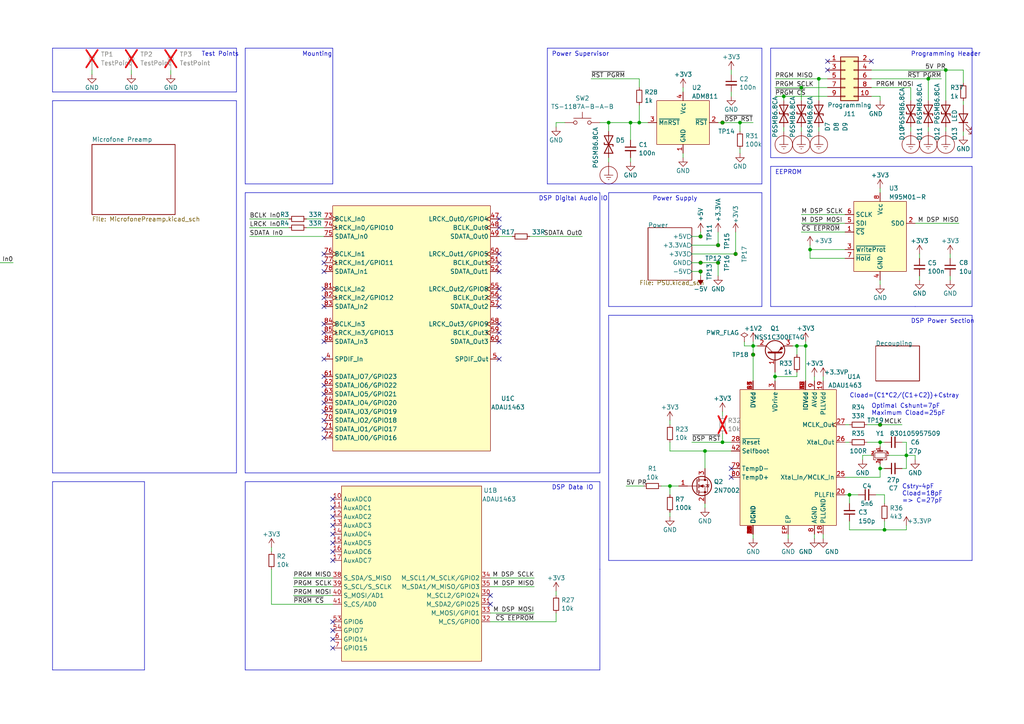
<source format=kicad_sch>
(kicad_sch (version 20230121) (generator eeschema)
  (paper "A4")
  (title_block (title "SmallDSP Maxi") (date "2023-11-06") (rev "1.0") (company "Till Heuer"))
  (junction (at -67.31 58.42))
  (junction (at 232.41 25.4))
  (junction (at 262.89 132.08))
  (junction (at 214.63 35.56))
  (junction (at 185.42 35.56))
  (junction (at 255.27 123.19))
  (junction (at 176.53 35.56))
  (junction (at 208.28 76.2))
  (junction (at 203.2 68.58))
  (junction (at 203.2 78.74))
  (junction (at 231.14 100.33))
  (junction (at 255.27 128.27))
  (junction (at 208.28 71.12))
  (junction (at 274.32 20.32))
  (junction (at 204.47 130.81))
  (junction (at 213.36 73.66))
  (junction (at 203.2 76.2))
  (junction (at 255.27 135.89))
  (junction (at 237.49 22.86))
  (junction (at 227.33 27.94))
  (junction (at 194.31 140.97))
  (junction (at 218.44 100.33))
  (junction (at 182.88 35.56))
  (junction (at 269.24 22.86))
  (junction (at 209.55 128.27))
  (junction (at 218.44 102.87))
  (junction (at 209.55 35.56))
  (junction (at 234.95 72.39))
  (junction (at 256.54 153.67))
  (junction (at 233.68 100.33))
  (junction (at 246.38 143.51))
  (junction (at 224.79 109.22))
  (no_connect (at 96.52 162.56))
  (no_connect (at 93.98 109.22))
  (no_connect (at 93.98 111.76))
  (no_connect (at 144.78 78.74))
  (no_connect (at 93.98 86.36))
  (no_connect (at 93.98 121.92))
  (no_connect (at 93.98 88.9))
  (no_connect (at 96.52 154.94))
  (no_connect (at 144.78 66.04))
  (no_connect (at 144.78 86.36))
  (no_connect (at 96.52 147.32))
  (no_connect (at 96.52 152.4))
  (no_connect (at 93.98 124.46))
  (no_connect (at 212.09 138.43))
  (no_connect (at 93.98 116.84))
  (no_connect (at 93.98 99.06))
  (no_connect (at 144.78 63.5))
  (no_connect (at 93.98 76.2))
  (no_connect (at 142.24 175.26))
  (no_connect (at 144.78 104.14))
  (no_connect (at 96.52 182.88))
  (no_connect (at 96.52 157.48))
  (no_connect (at 240.03 20.32))
  (no_connect (at 93.98 73.66))
  (no_connect (at 240.03 17.78))
  (no_connect (at 93.98 114.3))
  (no_connect (at 144.78 76.2))
  (no_connect (at 144.78 83.82))
  (no_connect (at 144.78 96.52))
  (no_connect (at 144.78 99.06))
  (no_connect (at 93.98 78.74))
  (no_connect (at 93.98 104.14))
  (no_connect (at 144.78 93.98))
  (no_connect (at 93.98 83.82))
  (no_connect (at 93.98 93.98))
  (no_connect (at 93.98 127))
  (no_connect (at 96.52 160.02))
  (no_connect (at 144.78 88.9))
  (no_connect (at 142.24 172.72))
  (no_connect (at 93.98 96.52))
  (no_connect (at 93.98 119.38))
  (no_connect (at 212.09 135.89))
  (no_connect (at 144.78 73.66))
  (no_connect (at 96.52 180.34))
  (no_connect (at 252.73 17.78))
  (no_connect (at 96.52 144.78))
  (no_connect (at 96.52 149.86))
  (no_connect (at 96.52 185.42))
  (no_connect (at 96.52 187.96))
  (wire (pts (xy 200.66 128.27) (xy 209.55 128.27)))
  (wire (pts (xy 252.73 25.4) (xy 264.16 25.4)))
  (wire (pts (xy -104.14 96.52) (xy -104.14 97.79)))
  (polyline (pts (xy 173.99 139.7) (xy 173.99 165.1)))
  (wire (pts (xy 227.33 36.83) (xy 227.33 38.1)))
  (polyline (pts (xy 15.24 13.97) (xy 15.24 26.67)))
  (wire (pts (xy 262.89 153.67) (xy 256.54 153.67)))
  (wire (pts (xy 26.67 20.32) (xy 26.67 21.59)))
  (wire (pts (xy 72.39 68.58) (xy 93.98 68.58)))
  (polyline (pts (xy 281.94 88.9) (xy 281.94 48.26)))
  (wire (pts (xy 212.09 26.67) (xy 212.09 27.94)))
  (wire (pts (xy 224.79 22.86) (xy 237.49 22.86)))
  (wire (pts (xy -60.96 71.12) (xy -54.61 71.12)))
  (wire (pts (xy 185.42 35.56) (xy 187.96 35.56)))
  (wire (pts (xy 72.39 63.5) (xy 83.82 63.5)))
  (wire (pts (xy 238.76 154.94) (xy 238.76 156.21)))
  (wire (pts (xy 266.7 73.66) (xy 266.7 74.93)))
  (wire (pts (xy 240.03 27.94) (xy 227.33 27.94)))
  (wire (pts (xy 85.09 170.18) (xy 96.52 170.18)))
  (wire (pts (xy 236.22 109.22) (xy 236.22 110.49)))
  (wire (pts (xy 185.42 30.48) (xy 185.42 35.56)))
  (polyline (pts (xy 41.91 194.31) (xy 41.91 139.7)))
  (wire (pts (xy 218.44 99.06) (xy 218.44 100.33)))
  (wire (pts (xy 234.95 72.39) (xy 245.11 72.39)))
  (wire (pts (xy 200.66 68.58) (xy 203.2 68.58)))
  (wire (pts (xy 204.47 130.81) (xy 204.47 135.89)))
  (wire (pts (xy -54.61 73.66) (xy -69.85 73.66)))
  (wire (pts (xy 232.41 25.4) (xy 240.03 25.4)))
  (wire (pts (xy 252.73 22.86) (xy 269.24 22.86)))
  (wire (pts (xy -19.05 76.2) (xy -15.24 76.2)))
  (polyline (pts (xy 223.52 45.72) (xy 281.94 45.72)))
  (wire (pts (xy 233.68 99.06) (xy 233.68 100.33)))
  (wire (pts (xy 153.67 68.58) (xy 168.91 68.58)))
  (wire (pts (xy 161.29 177.8) (xy 161.29 180.34)))
  (wire (pts (xy 224.79 109.22) (xy 224.79 110.49)))
  (wire (pts (xy 161.29 35.56) (xy 161.29 36.83)))
  (wire (pts (xy 261.62 123.19) (xy 255.27 123.19)))
  (wire (pts (xy 171.45 22.86) (xy 185.42 22.86)))
  (wire (pts (xy 198.12 25.4) (xy 198.12 26.67)))
  (wire (pts (xy 255.27 135.89) (xy 255.27 138.43)))
  (wire (pts (xy 3.81 76.2) (xy -10.16 76.2)))
  (polyline (pts (xy 15.24 26.67) (xy 68.58 26.67)))
  (wire (pts (xy 262.89 132.08) (xy 265.43 132.08)))
  (wire (pts (xy 264.16 25.4) (xy 264.16 29.21)))
  (wire (pts (xy 142.24 177.8) (xy 154.94 177.8)))
  (wire (pts (xy 255.27 129.54) (xy 255.27 128.27)))
  (wire (pts (xy 185.42 25.4) (xy 185.42 22.86)))
  (wire (pts (xy 49.53 20.32) (xy 49.53 21.59)))
  (wire (pts (xy 274.32 20.32) (xy 279.4 20.32)))
  (wire (pts (xy 246.38 151.13) (xy 246.38 153.67)))
  (wire (pts (xy -19.05 68.58) (xy -10.16 68.58)))
  (wire (pts (xy 246.38 153.67) (xy 256.54 153.67)))
  (wire (pts (xy 212.09 20.32) (xy 212.09 21.59)))
  (wire (pts (xy 224.79 109.22) (xy 231.14 109.22)))
  (wire (pts (xy 245.11 128.27) (xy 246.38 128.27)))
  (wire (pts (xy -60.96 58.42) (xy -60.96 71.12)))
  (wire (pts (xy 85.09 172.72) (xy 96.52 172.72)))
  (wire (pts (xy 224.79 27.94) (xy 227.33 27.94)))
  (polyline (pts (xy 158.75 53.34) (xy 220.98 53.34)))
  (wire (pts (xy 161.29 35.56) (xy 163.83 35.56)))
  (wire (pts (xy 72.39 66.04) (xy 83.82 66.04)))
  (wire (pts (xy 255.27 128.27) (xy 251.46 128.27)))
  (wire (pts (xy 234.95 74.93) (xy 234.95 72.39)))
  (wire (pts (xy 265.43 64.77) (xy 278.13 64.77)))
  (wire (pts (xy 218.44 154.94) (xy 218.44 156.21)))
  (wire (pts (xy 78.74 175.26) (xy 96.52 175.26)))
  (wire (pts (xy 255.27 138.43) (xy 245.11 138.43)))
  (wire (pts (xy 182.88 35.56) (xy 182.88 40.64)))
  (polyline (pts (xy 281.94 45.72) (xy 281.94 13.97)))
  (wire (pts (xy 256.54 153.67) (xy 256.54 151.13)))
  (polyline (pts (xy 281.94 13.97) (xy 223.52 13.97)))
  (wire (pts (xy 262.89 152.4) (xy 262.89 153.67)))
  (wire (pts (xy -67.31 71.12) (xy -67.31 76.2)))
  (wire (pts (xy 194.31 148.59) (xy 194.31 149.86)))
  (wire (pts (xy 214.63 35.56) (xy 214.63 38.1)))
  (wire (pts (xy 227.33 27.94) (xy 227.33 29.21)))
  (wire (pts (xy 209.55 125.73) (xy 209.55 128.27)))
  (wire (pts (xy 194.31 128.27) (xy 194.31 130.81)))
  (wire (pts (xy -67.31 58.42) (xy -60.96 58.42)))
  (polyline (pts (xy 96.52 13.97) (xy 96.52 53.34)))
  (wire (pts (xy 176.53 35.56) (xy 176.53 38.1)))
  (polyline (pts (xy 71.12 139.7) (xy 173.99 139.7)))
  (wire (pts (xy 237.49 22.86) (xy 240.03 22.86)))
  (polyline (pts (xy 220.98 13.97) (xy 158.75 13.97)))
  (wire (pts (xy 142.24 180.34) (xy 161.29 180.34)))
  (polyline (pts (xy 220.98 88.9) (xy 176.53 88.9)))
  (wire (pts (xy 228.6 154.94) (xy 228.6 156.21)))
  (wire (pts (xy 231.14 100.33) (xy 233.68 100.33)))
  (wire (pts (xy 279.4 38.1) (xy 279.4 39.37)))
  (wire (pts (xy 194.31 140.97) (xy 196.85 140.97)))
  (wire (pts (xy 88.9 66.04) (xy 93.98 66.04)))
  (wire (pts (xy 182.88 35.56) (xy 185.42 35.56)))
  (wire (pts (xy 218.44 35.56) (xy 214.63 35.56)))
  (wire (pts (xy 237.49 22.86) (xy 237.49 29.21)))
  (wire (pts (xy 254 143.51) (xy 256.54 143.51)))
  (polyline (pts (xy 15.24 139.7) (xy 15.24 194.31)))
  (wire (pts (xy 261.62 135.89) (xy 262.89 135.89)))
  (wire (pts (xy 255.27 81.28) (xy 255.27 82.55)))
  (polyline (pts (xy 173.99 194.31) (xy 71.12 194.31)))
  (wire (pts (xy 85.09 167.64) (xy 96.52 167.64)))
  (wire (pts (xy 88.9 63.5) (xy 93.98 63.5)))
  (wire (pts (xy 245.11 74.93) (xy 234.95 74.93)))
  (wire (pts (xy 248.92 143.51) (xy 246.38 143.51)))
  (wire (pts (xy 208.28 67.31) (xy 208.28 71.12)))
  (wire (pts (xy 38.1 20.32) (xy 38.1 21.59)))
  (polyline (pts (xy 15.24 29.21) (xy 15.24 137.16)))
  (wire (pts (xy 215.9 100.33) (xy 218.44 100.33)))
  (wire (pts (xy 231.14 109.22) (xy 231.14 107.95)))
  (wire (pts (xy 274.32 36.83) (xy 274.32 38.1)))
  (wire (pts (xy 204.47 130.81) (xy 212.09 130.81)))
  (wire (pts (xy 78.74 158.75) (xy 78.74 160.02)))
  (wire (pts (xy 194.31 123.19) (xy 194.31 121.92)))
  (polyline (pts (xy 71.12 137.16) (xy 173.99 137.16)))
  (wire (pts (xy 214.63 35.56) (xy 209.55 35.56)))
  (wire (pts (xy -81.28 71.12) (xy -67.31 71.12)))
  (polyline (pts (xy 96.52 13.97) (xy 71.12 13.97)))
  (wire (pts (xy 161.29 171.45) (xy 161.29 172.72)))
  (wire (pts (xy 198.12 44.45) (xy 198.12 45.72)))
  (wire (pts (xy 144.78 68.58) (xy 148.59 68.58)))
  (wire (pts (xy 250.19 132.08) (xy 250.19 133.35)))
  (wire (pts (xy 246.38 143.51) (xy 246.38 146.05)))
  (wire (pts (xy 209.55 119.38) (xy 209.55 120.65)))
  (polyline (pts (xy 173.99 55.88) (xy 71.12 55.88)))
  (polyline (pts (xy 68.58 29.21) (xy 15.24 29.21)))
  (wire (pts (xy 208.28 76.2) (xy 208.28 80.01)))
  (polyline (pts (xy 176.53 88.9) (xy 176.53 55.88)))
  (polyline (pts (xy 41.91 139.7) (xy 15.24 139.7)))
  (wire (pts (xy 194.31 140.97) (xy 194.31 143.51)))
  (wire (pts (xy 274.32 20.32) (xy 274.32 29.21)))
  (wire (pts (xy 266.7 80.01) (xy 266.7 81.28)))
  (wire (pts (xy 203.2 76.2) (xy 208.28 76.2)))
  (wire (pts (xy 255.27 29.21) (xy 255.27 27.94)))
  (polyline (pts (xy 15.24 13.97) (xy 68.58 13.97)))
  (wire (pts (xy -19.05 73.66) (xy -10.16 73.66)))
  (polyline (pts (xy 176.53 55.88) (xy 220.98 55.88)))
  (polyline (pts (xy 281.94 162.56) (xy 281.94 91.44)))
  (wire (pts (xy 214.63 43.18) (xy 214.63 44.45)))
  (wire (pts (xy 200.66 73.66) (xy 213.36 73.66)))
  (wire (pts (xy -67.31 58.42) (xy -67.31 59.69)))
  (wire (pts (xy 176.53 45.72) (xy 176.53 46.99)))
  (wire (pts (xy 232.41 36.83) (xy 232.41 38.1)))
  (wire (pts (xy 252.73 132.08) (xy 250.19 132.08)))
  (wire (pts (xy 252.73 20.32) (xy 274.32 20.32)))
  (wire (pts (xy 255.27 135.89) (xy 256.54 135.89)))
  (wire (pts (xy 232.41 25.4) (xy 232.41 29.21)))
  (wire (pts (xy 232.41 64.77) (xy 245.11 64.77)))
  (wire (pts (xy 203.2 78.74) (xy 200.66 78.74)))
  (wire (pts (xy 218.44 100.33) (xy 218.44 102.87)))
  (wire (pts (xy 275.59 80.01) (xy 275.59 81.28)))
  (wire (pts (xy 237.49 36.83) (xy 237.49 38.1)))
  (wire (pts (xy 181.61 140.97) (xy 186.69 140.97)))
  (wire (pts (xy 218.44 102.87) (xy 218.44 110.49)))
  (wire (pts (xy 275.59 73.66) (xy 275.59 74.93)))
  (wire (pts (xy 204.47 146.05) (xy 204.47 147.32)))
  (polyline (pts (xy 71.12 55.88) (xy 71.12 137.16)))
  (wire (pts (xy 279.4 20.32) (xy 279.4 24.13)))
  (polyline (pts (xy 15.24 194.31) (xy 41.91 194.31)))
  (polyline (pts (xy 71.12 194.31) (xy 71.12 139.7)))
  (wire (pts (xy 194.31 130.81) (xy 204.47 130.81)))
  (wire (pts (xy 142.24 170.18) (xy 154.94 170.18)))
  (wire (pts (xy 209.55 35.56) (xy 208.28 35.56)))
  (wire (pts (xy 245.11 143.51) (xy 246.38 143.51)))
  (wire (pts (xy -19.05 78.74) (xy -8.89 78.74)))
  (wire (pts (xy 233.68 100.33) (xy 233.68 110.49)))
  (wire (pts (xy -69.85 73.66) (xy -69.85 76.2)))
  (wire (pts (xy 255.27 54.61) (xy 255.27 55.88)))
  (wire (pts (xy 224.79 25.4) (xy 232.41 25.4)))
  (polyline (pts (xy 176.53 162.56) (xy 281.94 162.56)))
  (wire (pts (xy 142.24 167.64) (xy 154.94 167.64)))
  (polyline (pts (xy 68.58 137.16) (xy 68.58 29.21)))
  (wire (pts (xy 78.74 165.1) (xy 78.74 175.26)))
  (wire (pts (xy -69.85 76.2) (xy -81.28 76.2)))
  (wire (pts (xy -67.31 76.2) (xy -54.61 76.2)))
  (wire (pts (xy 191.77 140.97) (xy 194.31 140.97)))
  (wire (pts (xy 265.43 132.08) (xy 265.43 133.35)))
  (wire (pts (xy 209.55 128.27) (xy 212.09 128.27)))
  (wire (pts (xy 252.73 27.94) (xy 255.27 27.94)))
  (polyline (pts (xy 223.52 13.97) (xy 223.52 45.72)))
  (wire (pts (xy 236.22 154.94) (xy 236.22 156.21)))
  (wire (pts (xy 255.27 128.27) (xy 256.54 128.27)))
  (wire (pts (xy 262.89 128.27) (xy 262.89 132.08)))
  (wire (pts (xy 208.28 71.12) (xy 200.66 71.12)))
  (wire (pts (xy 269.24 22.86) (xy 273.05 22.86)))
  (wire (pts (xy -96.52 96.52) (xy -96.52 97.79)))
  (wire (pts (xy 231.14 100.33) (xy 231.14 102.87)))
  (wire (pts (xy 279.4 29.21) (xy 279.4 30.48)))
  (polyline (pts (xy 68.58 26.67) (xy 68.58 13.97)))
  (wire (pts (xy 224.79 107.95) (xy 224.79 109.22)))
  (polyline (pts (xy 281.94 91.44) (xy 176.53 91.44)))
  (polyline (pts (xy 281.94 48.26) (xy 223.52 48.26)))
  (wire (pts (xy 269.24 22.86) (xy 269.24 29.21)))
  (wire (pts (xy 203.2 80.01) (xy 203.2 78.74)))
  (polyline (pts (xy 15.24 137.16) (xy 68.58 137.16)))
  (polyline (pts (xy 220.98 13.97) (xy 220.98 53.34)))
  (polyline (pts (xy 223.52 48.26) (xy 223.52 88.9)))
  (wire (pts (xy 219.71 100.33) (xy 218.44 100.33)))
  (wire (pts (xy 200.66 76.2) (xy 203.2 76.2)))
  (wire (pts (xy -19.05 71.12) (xy -10.16 71.12)))
  (wire (pts (xy 173.99 35.56) (xy 176.53 35.56)))
  (polyline (pts (xy 71.12 13.97) (xy 71.12 53.34)))
  (wire (pts (xy 215.9 99.06) (xy 215.9 100.33)))
  (wire (pts (xy -67.31 64.77) (xy -67.31 66.04)))
  (polyline (pts (xy 173.99 137.16) (xy 173.99 55.88)))
  (polyline (pts (xy 71.12 53.34) (xy 96.52 53.34)))
  (wire (pts (xy 176.53 35.56) (xy 182.88 35.56)))
  (wire (pts (xy 229.87 100.33) (xy 231.14 100.33)))
  (polyline (pts (xy 265.43 88.9) (xy 281.94 88.9)))
  (wire (pts (xy 232.41 67.31) (xy 245.11 67.31)))
  (wire (pts (xy 238.76 109.22) (xy 238.76 110.49)))
  (polyline (pts (xy 173.99 165.1) (xy 173.99 194.31)))
  (polyline (pts (xy 220.98 55.88) (xy 220.98 88.9)))
  (wire (pts (xy 257.81 132.08) (xy 262.89 132.08)))
  (wire (pts (xy 234.95 71.12) (xy 234.95 72.39)))
  (wire (pts (xy 245.11 123.19) (xy 246.38 123.19)))
  (wire (pts (xy 261.62 128.27) (xy 262.89 128.27)))
  (polyline (pts (xy 176.53 91.44) (xy 176.53 162.56)))
  (wire (pts (xy 262.89 132.08) (xy 262.89 135.89)))
  (wire (pts (xy -81.28 58.42) (xy -67.31 58.42)))
  (wire (pts (xy 232.41 62.23) (xy 245.11 62.23)))
  (polyline (pts (xy 158.75 13.97) (xy 158.75 53.34)))
  (wire (pts (xy 269.24 36.83) (xy 269.24 38.1)))
  (wire (pts (xy 255.27 134.62) (xy 255.27 135.89)))
  (wire (pts (xy 213.36 67.31) (xy 213.36 73.66)))
  (polyline (pts (xy 223.52 88.9) (xy 265.43 88.9)))
  (wire (pts (xy 256.54 143.51) (xy 256.54 146.05)))
  (wire (pts (xy 264.16 36.83) (xy 264.16 38.1)))
  (wire (pts (xy 182.88 45.72) (xy 182.88 46.99)))
  (wire (pts (xy -36.83 109.22) (xy -36.83 110.49)))
  (wire (pts (xy 251.46 123.19) (xy 255.27 123.19)))
  (wire (pts (xy 203.2 67.31) (xy 203.2 68.58)))
  (polyline (pts (xy 173.99 165.1) (xy 173.99 165.1)))
  (text "DSP Data IO" (at 160.02 142.24 0) (effects (font (size 1.27 1.27)) (justify left bottom)))
  (text "EEPROM" (at 224.79 50.8 0) (effects (font (size 1.27 1.27)) (justify left bottom)))
  (text "Mounting" (at 87.63 16.51 0) (effects (font (size 1.27 1.27)) (justify left bottom)))
  (text "DSP Digital Audio IO" (at 156.21 58.42 0) (effects (font (size 1.27 1.27)) (justify left bottom)))
  (text "Power Supervisor" (at 160.02 16.51 0) (effects (font (size 1.27 1.27)) (justify left bottom)))
  (text "Power Supply" (at 189.23 58.42 0) (effects (font (size 1.27 1.27)) (justify left bottom)))
  (text "Cload=(C1*C2/(C1+C2))+Cstray" (at 246.38 115.57 0) (effects (font (size 1.27 1.27)) (justify left bottom)))
  (text "Programming Header" (at 264.16 16.51 0) (effects (font (size 1.27 1.27)) (justify left bottom)))
  (text "Optimal Cshunt=7pF\nMaximum Cload=25pF" (at 252.73 120.65 0) (effects (font (size 1.27 1.27)) (justify left bottom)))
  (text "DSP Power Section" (at 264.16 93.98 0) (effects (font (size 1.27 1.27)) (justify left bottom)))
  (text "Cstry~4pF\nCload=18pF\n=> C=27pF" (at 261.62 146.05 0) (effects (font (size 1.27 1.27)) (justify left bottom)))
  (text "Test Points" (at 58.42 16.51 0) (effects (font (size 1.27 1.27)) (justify left bottom)))
  (label "PRGM MOSI" (at 254 25.4 0))
  (label "M DSP MOSI" (at 154.94 177.8 180))
  (label "~{PRGM CS}" (at 85.09 175.26 0))
  (label "PRGM MISO" (at 85.09 167.64 0))
  (label "M DSP MISO" (at 278.13 64.77 180))
  (label "~{CS EEPROM}" (at 154.94 180.34 180))
  (label "BCLK In0" (at -10.16 73.66 180))
  (label "MCLK" (at -10.16 68.58 180))
  (label "M DSP MOSI" (at 232.41 64.77 0))
  (label "LRCK In0" (at 72.39 66.04 0))
  (label "SDATA Out0" (at -8.89 78.74 180))
  (label "BCLK In0" (at 72.39 63.5 0))
  (label "M DSP MISO" (at 154.94 170.18 180))
  (label "~{RST PGRM}" (at 273.05 22.86 180))
  (label "MCLK" (at 261.62 123.19 180))
  (label "5V PR" (at 274.32 20.32 180))
  (label "~{DSP RST}" (at 200.66 128.27 0))
  (label "~{RST PGRM}" (at 171.45 22.86 0))
  (label "PRGM MISO" (at 224.79 22.86 0))
  (label "~{PRGM CS}" (at 224.79 27.94 0))
  (label "SDATA In0" (at 3.81 76.2 180))
  (label "PRGM MOSI" (at 85.09 172.72 0))
  (label "SDATA Out0" (at 168.91 68.58 180))
  (label "5V PR" (at 181.61 140.97 0))
  (label "M DSP SCLK" (at 154.94 167.64 180))
  (label "~{CS EEPROM}" (at 232.41 67.31 0))
  (label "LRCK In0" (at -10.16 71.12 180))
  (label "SDATA In0" (at 72.39 68.58 0))
  (label "PRGM SCLK" (at 224.79 25.4 0))
  (label "PRGM SCLK" (at 85.09 170.18 0))
  (label "~{DSP RST}" (at 218.44 35.56 180))
  (label "M DSP SCLK" (at 232.41 62.23 0))
  (symbol (lib_id "Device:R_Small") (at 189.23 140.97 90) (unit 1)
    (property "Reference" "R1" (at 189.23 135.89 90))
    (property "Value" "10k" (at 189.23 138.43 90))
    (property "Footprint" "Resistor_SMD:R_0402_1005Metric" (effects hide))
    (property "Assembling" "X" (effects hide))
    (property "Manufacturer" "UNI-ROYAL(Uniroyal Elec)" (effects hide))
    (property "Rated Power" "62.5mW" (effects hide))
    (property "Part Number" "0402WGF1002TCE" (effects hide))
    (property "Tolerance" "1%" (effects hide))
    (property "LCSC Part #" "C25744" (effects hide))
  )
  (symbol (lib_id "power:GND") (at -36.83 110.49 0) (unit 1)
    (property "Reference" "#PWR09" (effects hide))
    (property "Value" "GND" (at -36.83 114.3 0))
  )
  (symbol (lib_id "Device:R_Small") (at 151.13 68.58 90) (unit 1)
    (property "Reference" "R17" (at 147.32 67.31 90))
    (property "Value" "33R" (at 156.21 67.31 90))
    (property "Footprint" "Resistor_SMD:R_0402_1005Metric" (effects hide))
    (property "Assembling" "X" (effects hide))
    (property "Manufacturer" "UNI-ROYAL(Uniroyal Elec)" (effects hide))
    (property "Part Number" "0402WGF330JTCE" (effects hide))
    (property "Rated Power" "62.5mW" (effects hide))
    (property "Tolerance" "1%" (effects hide))
    (property "LCSC Part #" "C25105" (effects hide))
  )
  (symbol (lib_id "Device:C_Small") (at 251.46 143.51 90) (unit 1)
    (property "Reference" "C4" (at 251.46 140.97 90))
    (property "Value" "5n6" (at 251.46 146.05 90))
    (property "Footprint" "Capacitor_SMD:C_0603_1608Metric_Pad1.08x0.95mm_HandSolder" (effects hide))
    (property "Dielectric" "C0G" (effects hide))
    (property "Notes" "Also available in 0402" (effects hide))
    (property "Rated Voltage" "50V" (effects hide))
    (property "Manufacturer" "Murata Electronics" (effects hide))
    (property "Part Number" "GRM1885C1H562JA01D" (effects hide))
    (property "Tolerance" "5%" (effects hide))
    (property "LCSC Part #" "-" (effects hide))
  )
  (symbol (lib_id "Device:C_Small") (at 259.08 135.89 90) (mirror x) (unit 1)
    (property "Reference" "C7" (at 259.0863 141.5964 90))
    (property "Value" "27p" (at 259.0863 139.1722 90))
    (property "Footprint" "Capacitor_SMD:C_0402_1005Metric" (effects hide))
    (property "Dielectric" "C0G" (effects hide))
    (property "Rated Voltage" "50V" (effects hide))
    (property "Assembling" "X" (effects hide))
    (property "Manufacturer" "FH (Guangdong Fenghua Advanced Tech)" (effects hide))
    (property "Part Number" "0402CG270J500NT" (effects hide))
    (property "Tolerance" "5%" (effects hide))
    (property "LCSC Part #" "C1557" (effects hide))
  )
  (symbol (lib_id "Connector:TestPoint_Small") (at 208.28 76.2 0) (unit 1)
    (property "Reference" "TP16" (at 210.82 78.74 90) (effects (justify left)))
    (property "Value" "TestPoint" (effects hide))
    (property "Footprint" "TestPoint:TestPoint_Pad_D1.0mm" (effects hide))
    (property "Manufacturer" "-" (effects hide))
    (property "Part Number" "-" (effects hide))
    (property "LCSC Part #" "-" (effects hide))
  )
  (symbol (lib_id "Connector:TestPoint_Small") (at 208.28 71.12 0) (unit 1)
    (property "Reference" "TP15" (at 210.82 72.39 90) (effects (justify left)))
    (property "Value" "TestPoint" (effects hide))
    (property "Footprint" "TestPoint:TestPoint_Pad_D1.0mm" (effects hide))
    (property "Manufacturer" "-" (effects hide))
    (property "Part Number" "-" (effects hide))
    (property "LCSC Part #" "-" (effects hide))
  )
  (symbol (lib_id "power:GND") (at 182.88 46.99 0) (unit 1)
    (property "Reference" "#PWR018" (effects hide))
    (property "Value" "GND" (at 182.88 50.8 0))
  )
  (symbol (lib_id "power:+3.3VA") (at 208.28 67.31 0) (unit 1)
    (property "Reference" "#PWR026" (effects hide))
    (property "Value" "+3.3VA" (at 208.28 60.96 90))
  )
  (symbol (lib_id "Device:R_Small") (at 248.92 123.19 90) (unit 1)
    (property "Reference" "R34" (at 248.92 118.11 90))
    (property "Value" "33R" (at 248.92 120.65 90))
    (property "Footprint" "Resistor_SMD:R_0402_1005Metric" (effects hide))
    (property "Assembling" "X" (effects hide))
    (property "Manufacturer" "UNI-ROYAL(Uniroyal Elec)" (effects hide))
    (property "Part Number" "0402WGF330JTCE" (effects hide))
    (property "Rated Power" "62.5mW" (effects hide))
    (property "Tolerance" "1%" (effects hide))
    (property "LCSC Part #" "C25105" (effects hide))
  )
  (symbol (lib_id "power:GND") (at 218.44 156.21 0) (unit 1)
    (property "Reference" "#PWR035" (effects hide))
    (property "Value" "GND" (at 218.44 160.02 0))
  )
  (symbol (lib_id "Device:D_TVS") (at 274.32 33.02 90) (unit 1)
    (property "Reference" "D12" (at 271.78 36.83 0) (effects (justify right)))
    (property "Value" "P6SMB6.8CA" (at 271.78 24.13 0) (effects (justify right)))
    (property "Footprint" "Diode_SMD:D_SMB" (effects hide))
    (property "Assembling" "X" (effects hide))
    (property "Manufacturer" "Brightking" (effects hide))
    (property "Part Number" "P6SMB6.8CA/TR13" (effects hide))
    (property "LCSC Part #" "C78395" (effects hide))
  )
  (symbol (lib_id "power:GND") (at 275.59 81.28 0) (unit 1)
    (property "Reference" "#PWR057" (effects hide))
    (property "Value" "GND" (at 275.59 85.09 0))
  )
  (symbol (lib_id "Connector:TestPoint") (at 38.1 20.32 0) (unit 1) (dnp yes)
    (property "Reference" "TP2" (at 40.64 15.7479 0) (effects (justify left)))
    (property "Value" "TestPoint" (at 40.64 18.2879 0) (effects (justify left)))
    (property "Footprint" "1_Project_Footprints:TestPoint_Keystone_5019_Minature" (effects hide))
    (property "Manufacturer" "Keystone" (effects hide))
    (property "Part Number" "5019" (effects hide))
    (property "LCSC Part #" "-" (effects hide))
  )
  (symbol (lib_id "power:+3V3") (at 233.68 99.06 0) (unit 1)
    (property "Reference" "#PWR040" (effects hide))
    (property "Value" "+3V3" (at 233.68 95.25 0))
  )
  (symbol (lib_id "Device:R_Small") (at 214.63 40.64 180) (unit 1)
    (property "Reference" "R31" (at 216.1286 39.4279 0) (effects (justify right)))
    (property "Value" "100k" (at 216.1286 41.8521 0) (effects (justify right)))
    (property "Footprint" "Resistor_SMD:R_0402_1005Metric" (effects hide))
    (property "Assembling" "X" (effects hide))
    (property "Manufacturer" "UNI-ROYAL(Uniroyal Elec)" (effects hide))
    (property "Rated Power" "62.5mW" (effects hide))
    (property "Part Number" "0402WGF1003TCE" (effects hide))
    (property "Tolerance" "1%" (effects hide))
    (property "LCSC Part #" "C25741" (effects hide))
  )
  (symbol (lib_id "power:+3V3") (at 236.22 109.22 0) (unit 1)
    (property "Reference" "#PWR041" (effects hide))
    (property "Value" "+3V3" (at 236.22 105.41 0))
  )
  (symbol (lib_id "Device:D_TVS") (at 232.41 33.02 90) (unit 1)
    (property "Reference" "D8" (at 242.57 38.1 0) (effects (justify left)))
    (property "Value" "P6SMB6.8CA" (at 229.87 27.94 0) (effects (justify right)))
    (property "Footprint" "Diode_SMD:D_SMB" (effects hide))
    (property "Assembling" "X" (effects hide))
    (property "Manufacturer" "Brightking" (effects hide))
    (property "Part Number" "P6SMB6.8CA/TR13" (effects hide))
    (property "LCSC Part #" "C78395" (effects hide))
  )
  (symbol (lib_id "Device:R_Small") (at 161.29 175.26 0) (unit 1)
    (property "Reference" "R27" (at 162.7886 174.0479 0) (effects (justify left)))
    (property "Value" "10k" (at 162.7886 176.4721 0) (effects (justify left)))
    (property "Footprint" "Resistor_SMD:R_0402_1005Metric" (effects hide))
    (property "Assembling" "X" (effects hide))
    (property "Manufacturer" "UNI-ROYAL(Uniroyal Elec)" (effects hide))
    (property "Rated Power" "62.5mW" (effects hide))
    (property "Part Number" "0402WGF1002TCE" (effects hide))
    (property "Tolerance" "1%" (effects hide))
    (property "LCSC Part #" "C25744" (effects hide))
  )
  (symbol (lib_id "Device:R_Small") (at -12.7 76.2 90) (unit 1)
    (property "Reference" "R24" (at -16.51 74.93 90))
    (property "Value" "33R" (at -7.62 74.93 90))
    (property "Footprint" "Resistor_SMD:R_0402_1005Metric" (effects hide))
    (property "Assembling" "X" (effects hide))
    (property "Manufacturer" "UNI-ROYAL(Uniroyal Elec)" (effects hide))
    (property "Part Number" "0402WGF330JTCE" (effects hide))
    (property "Rated Power" "62.5mW" (effects hide))
    (property "Tolerance" "1%" (effects hide))
    (property "LCSC Part #" "C25105" (effects hide))
  )
  (symbol (lib_name "ADAU1463_1") (lib_id "1_Project_Symbols:ADAU1463") (at 119.38 95.25 0) (unit 3)
    (property "Reference" "U1" (at 147.32 115.57 0))
    (property "Value" "ADAU1463" (at 147.32 118.11 0))
    (property "Footprint" "1_Project_Footprints:ADAU1463" (effects hide))
    (property "Datasheet" "https://www.mouser.de/datasheet/2/609/ADAU1463_1467-3119880.pdf" (effects hide))
    (property "Manufacturer" "Analog Devices" (effects hide))
    (property "Part Number" "ADAU1463" (effects hide))
    (property "LCSC Part #" "-" (effects hide))
  )
  (symbol (lib_id "Device:C_Small") (at -67.31 62.23 0) (unit 1)
    (property "Reference" "C9" (at -64.77 60.96 0) (effects (justify left)))
    (property "Value" "10u" (at -64.77 63.5 0) (effects (justify left)))
    (property "Footprint" "Capacitor_SMD:C_0603_1608Metric" (effects hide))
    (property "Dielectric" "X5R" (effects hide))
    (property "Notes" "-50%@5VDC" (effects hide))
    (property "Rated Voltage" "25V" (effects hide))
    (property "Assembling" "X" (effects hide))
    (property "Manufacturer" "Samsung Electro-Mechanics" (effects hide))
    (property "Part Number" "CL10A106MA8NRNC" (effects hide))
    (property "Tolerance" "10%" (effects hide))
    (property "LCSC Part #" "C96446" (effects hide))
  )
  (symbol (lib_id "Device:D_TVS") (at 227.33 33.02 90) (unit 1)
    (property "Reference" "D7" (at 240.03 38.1 0) (effects (justify left)))
    (property "Value" "P6SMB6.8CA" (at 224.79 27.94 0) (effects (justify right)))
    (property "Footprint" "Diode_SMD:D_SMB" (effects hide))
    (property "Assembling" "X" (effects hide))
    (property "Manufacturer" "Brightking" (effects hide))
    (property "Part Number" "P6SMB6.8CA/TR13" (effects hide))
    (property "LCSC Part #" "C78395" (effects hide))
  )
  (symbol (lib_id "Device:C_Small") (at 246.38 148.59 180) (unit 1)
    (property "Reference" "C3" (at 248.92 148.59 0) (effects (justify right)))
    (property "Value" "150p" (at 248.92 151.13 0) (effects (justify right)))
    (property "Footprint" "Capacitor_SMD:C_0402_1005Metric" (effects hide))
    (property "Dielectric" "X7R" (effects hide))
    (property "Rated Voltage" "50V" (effects hide))
    (property "Assembling" "X" (effects hide))
    (property "Part Number" "0402B151K500NT" (effects hide))
    (property "Manufacturer" "FH (Guangdong Fenghua Advanced Tech)" (effects hide))
    (property "Tolerance" "10%" (effects hide))
    (property "LCSC Part #" "C1527" (effects hide))
  )
  (symbol (lib_id "Connector:TestPoint_Small") (at 203.2 78.74 0) (unit 1)
    (property "Reference" "TP13" (at 205.74 81.28 90) (effects (justify left)))
    (property "Value" "TestPoint" (effects hide))
    (property "Footprint" "TestPoint:TestPoint_Pad_D1.0mm" (effects hide))
    (property "Manufacturer" "-" (effects hide))
    (property "Part Number" "-" (effects hide))
    (property "LCSC Part #" "-" (effects hide))
  )
  (symbol (lib_id "power:+3V3") (at 255.27 54.61 0) (unit 1)
    (property "Reference" "#PWR046" (effects hide))
    (property "Value" "+3V3" (at 255.27 50.8 0))
  )
  (symbol (lib_id "Device:R_Small") (at 86.36 66.04 90) (unit 1)
    (property "Reference" "R4" (at 82.55 64.77 90))
    (property "Value" "33R" (at 91.44 64.77 90))
    (property "Footprint" "Resistor_SMD:R_0402_1005Metric" (effects hide))
    (property "Assembling" "X" (effects hide))
    (property "Manufacturer" "UNI-ROYAL(Uniroyal Elec)" (effects hide))
    (property "Part Number" "0402WGF330JTCE" (effects hide))
    (property "Rated Power" "62.5mW" (effects hide))
    (property "Tolerance" "1%" (effects hide))
    (property "LCSC Part #" "C25105" (effects hide))
  )
  (symbol (lib_id "power:+3V3") (at 161.29 171.45 0) (unit 1)
    (property "Reference" "#PWR016" (effects hide))
    (property "Value" "+3V3" (at 161.29 167.64 0))
  )
  (symbol (lib_id "Device:R_Small") (at 86.36 63.5 90) (unit 1)
    (property "Reference" "R3" (at 82.55 62.23 90))
    (property "Value" "33R" (at 91.44 62.23 90))
    (property "Footprint" "Resistor_SMD:R_0402_1005Metric" (effects hide))
    (property "Assembling" "X" (effects hide))
    (property "Manufacturer" "UNI-ROYAL(Uniroyal Elec)" (effects hide))
    (property "Part Number" "0402WGF330JTCE" (effects hide))
    (property "Rated Power" "62.5mW" (effects hide))
    (property "Tolerance" "1%" (effects hide))
    (property "LCSC Part #" "C25105" (effects hide))
  )
  (symbol (lib_id "Device:R_Small") (at 256.54 148.59 0) (unit 1)
    (property "Reference" "R36" (at 258.0386 147.3779 0) (effects (justify left)))
    (property "Value" "4k3" (at 258.0386 149.8021 0) (effects (justify left)))
    (property "Footprint" "Resistor_SMD:R_0603_1608Metric" (effects hide))
    (property "Assembling" "X" (effects hide))
    (property "Manufacturer" "UNI-ROYAL(Uniroyal Elec)" (effects hide))
    (property "Rated Power" "100mW" (effects hide))
    (property "Part Number" "0603WAF4301T5E" (effects hide))
    (property "Tolerance" "1%" (effects hide))
    (property "LCSC Part #" "C23159" (effects hide))
  )
  (symbol (lib_id "power:+1V2") (at 218.44 99.06 0) (unit 1)
    (property "Reference" "#PWR034" (effects hide))
    (property "Value" "+1V2" (at 218.44 95.25 0))
  )
  (symbol (lib_id "Connector:USB_C_Plug_USB2.0") (at -96.52 73.66 0) (unit 1)
    (property "Reference" "P1" (at -96.52 50.8 0))
    (property "Value" "USB_C_Plug_USB2.0" (at -96.52 53.34 0))
    (property "Datasheet" "https://www.usb.org/sites/default/files/documents/usb_type-c.zip" (effects hide))
  )
  (symbol (lib_id "power:GND") (at 208.28 80.01 0) (unit 1)
    (property "Reference" "#PWR027" (effects hide))
    (property "Value" "GND" (at 208.28 83.82 0))
  )
  (symbol (lib_id "Device:D_TVS") (at 269.24 33.02 90) (unit 1)
    (property "Reference" "D11" (at 266.7 36.83 0) (effects (justify right)))
    (property "Value" "P6SMB6.8CA" (at 266.7 24.13 0) (effects (justify right)))
    (property "Footprint" "Diode_SMD:D_SMB" (effects hide))
    (property "Assembling" "X" (effects hide))
    (property "Manufacturer" "Brightking" (effects hide))
    (property "Part Number" "P6SMB6.8CA/TR13" (effects hide))
    (property "LCSC Part #" "C78395" (effects hide))
  )
  (symbol (lib_id "Device:C_Small") (at 212.09 24.13 0) (unit 1)
    (property "Reference" "C2" (at 214.4141 22.9242 0) (effects (justify left)))
    (property "Value" "100n" (at 214.4141 25.3484 0) (effects (justify left)))
    (property "Footprint" "Capacitor_SMD:C_0402_1005Metric" (effects hide))
    (property "Dielectric" "X7R" (effects hide))
    (property "Notes" "-25%@10VDC" (effects hide))
    (property "Rated Voltage" "50V" (effects hide))
    (property "Assembling" "X" (effects hide))
    (property "Manufacturer" "Samsung Electro-Mechanics" (effects hide))
    (property "Part Number" "CL05B104KB54PNC" (effects hide))
    (property "Tolerance" "10%" (effects hide))
    (property "LCSC Part #" "C307331" (effects hide))
  )
  (symbol (lib_id "power:-5V") (at 203.2 80.01 180) (unit 1)
    (property "Reference" "#PWR024" (effects hide))
    (property "Value" "-5V" (at 203.2 83.82 0))
  )
  (symbol (lib_id "power:GND") (at 194.31 149.86 0) (unit 1)
    (property "Reference" "#PWR05" (effects hide))
    (property "Value" "GND" (at 194.31 153.67 0))
  )
  (symbol (lib_id "Device:Crystal_GND24_Small") (at 255.27 132.08 270) (unit 1)
    (property "Reference" "Y1" (at 255.27 125.73 90))
    (property "Value" "830105957509" (at 265.43 125.73 90))
    (property "Footprint" "Crystal:Crystal_SMD_3225-4Pin_3.2x2.5mm" (effects hide))
    (property "Manufacturer" "Würth Elektronik" (effects hide))
    (property "Part Number" "830105957509" (effects hide))
    (property "LCSC Part #" "-" (effects hide))
  )
  (symbol (lib_id "Switch:SW_Push") (at 168.91 35.56 0) (unit 1)
    (property "Reference" "SW2" (at 168.91 28.4947 0))
    (property "Value" "TS-1187A-B-A-B" (at 168.91 30.9189 0))
    (property "Footprint" "1_Project_Footprints:TS-1187A-B-A-B" (effects hide))
    (property "Assembling" "X" (effects hide))
    (property "Manufacturer" "XKB Connectivity" (effects hide))
    (property "Part Number" "TS-1187A-B-A-B" (effects hide))
    (property "LCSC Part #" "C318884" (effects hide))
  )
  (symbol (lib_id "Interface_USB:CP2615-xx-xM") (at -36.83 81.28 0) (unit 1)
    (property "Reference" "U7" (at -34.457 109.22 0) (effects (justify left)))
    (property "Value" "CP2615-xx-xM" (at -34.457 111.76 0) (effects (justify left)))
    (property "Footprint" "Package_DFN_QFN:QFN-32-1EP_5x5mm_P0.5mm_EP3.3x3.3mm" (effects hide))
    (property "Datasheet" "https://www.silabs.com/documents/public/data-sheets/cp2615-datasheet.pdf" (effects hide))
  )
  (symbol (lib_id "Device:C_Small") (at 259.08 128.27 90) (unit 1)
    (property "Reference" "C6" (at 265.43 128.27 90))
    (property "Value" "27p" (at 265.43 130.81 90))
    (property "Footprint" "Capacitor_SMD:C_0402_1005Metric" (effects hide))
    (property "Dielectric" "C0G" (effects hide))
    (property "Rated Voltage" "50V" (effects hide))
    (property "Assembling" "X" (effects hide))
    (property "Manufacturer" "FH (Guangdong Fenghua Advanced Tech)" (effects hide))
    (property "Part Number" "0402CG270J500NT" (effects hide))
    (property "Tolerance" "5%" (effects hide))
    (property "LCSC Part #" "C1557" (effects hide))
  )
  (symbol (lib_id "Device:R_Small") (at 231.14 105.41 0) (unit 1)
    (property "Reference" "R33" (at 229.87 105.41 0) (effects (justify right)))
    (property "Value" "1k" (at 227.33 107.95 0) (effects (justify left)))
    (property "Footprint" "Resistor_SMD:R_0402_1005Metric" (effects hide))
    (property "Assembling" "X" (effects hide))
    (property "Manufacturer" "UNI-ROYAL(Uniroyal Elec)" (effects hide))
    (property "Part Number" "0402WGF1001TCE" (effects hide))
    (property "Rated Power" "62.5mW" (effects hide))
    (property "Tolerance" "1%" (effects hide))
    (property "LCSC Part #" "C11702" (effects hide))
  )
  (symbol (lib_id "Connector:TestPoint") (at 26.67 20.32 0) (unit 1) (dnp yes)
    (property "Reference" "TP1" (at 29.21 15.7479 0) (effects (justify left)))
    (property "Value" "TestPoint" (at 29.21 18.2879 0) (effects (justify left)))
    (property "Footprint" "1_Project_Footprints:TestPoint_Keystone_5019_Minature" (effects hide))
    (property "Manufacturer" "Keystone" (effects hide))
    (property "Part Number" "5019" (effects hide))
    (property "LCSC Part #" "-" (effects hide))
  )
  (symbol (lib_id "1_Project_Symbols:ADM811") (at 198.12 35.56 0) (unit 1)
    (property "Reference" "U2" (at 200.66 25.4 0) (effects (justify left)))
    (property "Value" "ADM811" (at 200.66 27.94 0) (effects (justify left)))
    (property "Footprint" "Package_TO_SOT_SMD:SOT-143_Handsoldering" (effects hide))
    (property "Datasheet" "https://www.mouser.de/datasheet/2/609/ADM811_812-3121049.pdf" (effects hide))
    (property "Manufacturer" "Analog Devices" (effects hide))
    (property "Part Number" "ADM811TARTZ-REEL" (effects hide))
    (property "LCSC Part #" "-" (effects hide))
  )
  (symbol (lib_id "Connector:TestPoint_Small") (at 203.2 68.58 0) (unit 1)
    (property "Reference" "TP11" (at 205.74 69.85 90) (effects (justify left)))
    (property "Value" "TestPoint" (effects hide))
    (property "Footprint" "TestPoint:TestPoint_Pad_D1.0mm" (effects hide))
    (property "Manufacturer" "-" (effects hide))
    (property "Part Number" "-" (effects hide))
    (property "LCSC Part #" "-" (effects hide))
  )
  (symbol (lib_id "Connector:TestPoint_Small") (at 255.27 123.19 0) (unit 1)
    (property "Reference" "TP19" (at 251.46 121.92 0) (effects (justify left)))
    (property "Value" "TestPoint" (effects hide))
    (property "Footprint" "TestPoint:TestPoint_Pad_D1.0mm" (effects hide))
    (property "Manufacturer" "-" (effects hide))
    (property "Part Number" "-" (effects hide))
    (property "LCSC Part #" "-" (effects hide))
  )
  (symbol (lib_id "power:GND") (at 228.6 156.21 0) (unit 1)
    (property "Reference" "#PWR039" (effects hide))
    (property "Value" "GND" (at 228.6 160.02 0))
  )
  (symbol (lib_id "power:+3V3") (at 275.59 73.66 0) (unit 1)
    (property "Reference" "#PWR056" (effects hide))
    (property "Value" "+3V3" (at 275.59 69.85 0))
  )
  (symbol (lib_id "power:PWR_FLAG") (at 215.9 99.06 0) (unit 1)
    (property "Reference" "#FLG02" (effects hide))
    (property "Value" "PWR_FLAG" (at 209.55 96.52 0))
  )
  (symbol (lib_id "power:+3V3") (at 78.74 158.75 0) (unit 1)
    (property "Reference" "#PWR014" (effects hide))
    (property "Value" "+3V3" (at 78.74 154.94 0))
  )
  (symbol (lib_id "power:GND") (at 161.29 36.83 0) (mirror y) (unit 1)
    (property "Reference" "#PWR015" (effects hide))
    (property "Value" "GND" (at 161.29 40.64 0))
  )
  (symbol (lib_id "power:GND") (at 265.43 133.35 0) (unit 1)
    (property "Reference" "#PWR055" (effects hide))
    (property "Value" "GND" (at 265.43 137.16 0))
  )
  (symbol (lib_id "power:GND") (at -67.31 66.04 0) (unit 1)
    (property "Reference" "#PWR06" (effects hide))
    (property "Value" "GND" (at -67.31 69.85 0))
  )
  (symbol (lib_id "power:GND") (at 198.12 45.72 0) (unit 1)
    (property "Reference" "#PWR021" (effects hide))
    (property "Value" "GND" (at 198.12 49.53 0))
  )
  (symbol (lib_id "power:GND") (at 238.76 156.21 0) (unit 1)
    (property "Reference" "#PWR044" (effects hide))
    (property "Value" "GND" (at 241.3 160.02 0))
  )
  (symbol (lib_id "power:+3V3") (at 209.55 119.38 0) (unit 1)
    (property "Reference" "#PWR031" (effects hide))
    (property "Value" "+3V3" (at 209.55 115.57 0))
  )
  (symbol (lib_id "power:+3V3") (at 234.95 71.12 0) (unit 1)
    (property "Reference" "#PWR037" (effects hide))
    (property "Value" "+3V3" (at 238.76 69.85 0))
  )
  (symbol (lib_id "power:GND") (at 236.22 156.21 0) (unit 1)
    (property "Reference" "#PWR042" (effects hide))
    (property "Value" "GND" (at 233.68 160.02 0))
  )
  (symbol (lib_id "Connector:TestPoint_Small") (at 209.55 35.56 270) (unit 1)
    (property "Reference" "TP14" (at 208.28 38.1 90) (effects (justify left)))
    (property "Value" "TestPoint" (effects hide))
    (property "Footprint" "TestPoint:TestPoint_Pad_D1.0mm" (effects hide))
    (property "Manufacturer" "-" (effects hide))
    (property "Part Number" "-" (effects hide))
    (property "LCSC Part #" "-" (effects hide))
  )
  (symbol (lib_id "power:Earth_Protective") (at 269.24 38.1 0) (unit 1)
    (property "Reference" "#PWR052" (effects hide))
    (property "Value" "Earth_Protective" (effects hide))
  )
  (symbol (lib_id "power:GND") (at 49.53 21.59 0) (mirror y) (unit 1)
    (property "Reference" "#PWR03" (effects hide))
    (property "Value" "GND" (at 49.53 25.4 0))
  )
  (symbol (lib_id "power:+3V3") (at 194.31 121.92 0) (unit 1)
    (property "Reference" "#PWR022" (effects hide))
    (property "Value" "+3V3" (at 194.31 118.11 0))
  )
  (symbol (lib_id "1_Project_Symbols:ADAU1463") (at 119.38 166.37 0) (unit 2)
    (property "Reference" "U1" (at 142.24 142.24 0))
    (property "Value" "ADAU1463" (at 144.78 144.78 0))
    (property "Footprint" "1_Project_Footprints:ADAU1463" (effects hide))
    (property "Datasheet" "https://www.mouser.de/datasheet/2/609/ADAU1463_1467-3119880.pdf" (effects hide))
    (property "Manufacturer" "Analog Devices" (effects hide))
    (property "Part Number" "ADAU1463" (effects hide))
    (property "LCSC Part #" "-" (effects hide))
  )
  (symbol (lib_id "power:+3V3") (at 266.7 73.66 0) (unit 1)
    (property "Reference" "#PWR050" (effects hide))
    (property "Value" "+3V3" (at 266.7 69.85 0))
  )
  (symbol (lib_id "power:GND") (at 38.1 21.59 0) (mirror y) (unit 1)
    (property "Reference" "#PWR02" (effects hide))
    (property "Value" "GND" (at 38.1 25.4 0))
  )
  (symbol (lib_id "power:+3V3") (at 213.36 67.31 0) (unit 1)
    (property "Reference" "#PWR032" (effects hide))
    (property "Value" "+3V3" (at 213.36 62.23 90))
  )
  (symbol (lib_id "power:Earth_Protective") (at 232.41 38.1 0) (unit 1)
    (property "Reference" "#PWR036" (effects hide))
    (property "Value" "Earth_Protective" (effects hide))
  )
  (symbol (lib_id "power:GND") (at 26.67 21.59 0) (mirror y) (unit 1)
    (property "Reference" "#PWR01" (effects hide))
    (property "Value" "GND" (at 26.67 25.4 0))
  )
  (symbol (lib_id "Device:R_Small") (at 209.55 123.19 0) (unit 1) (dnp yes)
    (property "Reference" "R32" (at 211.0486 121.9779 0) (effects (justify left)))
    (property "Value" "10k" (at 211.0486 124.4021 0) (effects (justify left)))
    (property "Footprint" "Resistor_SMD:R_0402_1005Metric" (effects hide))
    (property "Assembling" "X" (effects hide))
    (property "Manufacturer" "UNI-ROYAL(Uniroyal Elec)" (effects hide))
    (property "Rated Power" "62.5mW" (effects hide))
    (property "Part Number" "0402WGF1002TCE" (effects hide))
    (property "Tolerance" "1%" (effects hide))
    (property "LCSC Part #" "C25744" (effects hide))
  )
  (symbol (lib_id "power:GND") (at 255.27 29.21 0) (unit 1)
    (property "Reference" "#PWR045" (effects hide))
    (property "Value" "GND" (at 254 33.02 0))
  )
  (symbol (lib_id "power:GND") (at 266.7 81.28 0) (unit 1)
    (property "Reference" "#PWR051" (effects hide))
    (property "Value" "GND" (at 266.7 85.09 0))
  )
  (symbol (lib_id "power:GND") (at 204.47 147.32 0) (unit 1)
    (property "Reference" "#PWR04" (effects hide))
    (property "Value" "GND" (at 204.47 151.13 0))
  )
  (symbol (lib_id "power:Earth_Protective") (at 176.53 46.99 0) (unit 1)
    (property "Reference" "#PWR017" (effects hide))
    (property "Value" "Earth_Protective" (effects hide))
  )
  (symbol (lib_id "Device:C_Small") (at 275.59 77.47 0) (unit 1)
    (property "Reference" "C8" (at 278.13 76.2 0) (effects (justify left)))
    (property "Value" "10u" (at 278.13 78.74 0) (effects (justify left)))
    (property "Footprint" "Capacitor_SMD:C_0603_1608Metric" (effects hide))
    (property "Dielectric" "X5R" (effects hide))
    (property "Notes" "-50%@5VDC" (effects hide))
    (property "Rated Voltage" "25V" (effects hide))
    (property "Assembling" "X" (effects hide))
    (property "Manufacturer" "Samsung Electro-Mechanics" (effects hide))
    (property "Part Number" "CL10A106MA8NRNC" (effects hide))
    (property "Tolerance" "10%" (effects hide))
    (property "LCSC Part #" "C96446" (effects hide))
  )
  (symbol (lib_id "power:GND") (at 255.27 82.55 0) (unit 1)
    (property "Reference" "#PWR047" (effects hide))
    (property "Value" "GND" (at 255.27 86.36 0))
  )
  (symbol (lib_id "power:+3V3") (at 198.12 25.4 0) (unit 1)
    (property "Reference" "#PWR020" (effects hide))
    (property "Value" "+3V3" (at 198.12 21.59 0))
  )
  (symbol (lib_id "power:Earth_Protective") (at 237.49 38.1 0) (unit 1)
    (property "Reference" "#PWR038" (effects hide))
    (property "Value" "Earth_Protective" (effects hide))
  )
  (symbol (lib_name "ADAU1463_2") (lib_id "1_Project_Symbols:ADAU1463") (at 228.6 133.35 0) (unit 1)
    (property "Reference" "U1" (at 247.65 109.22 0))
    (property "Value" "ADAU1463" (at 245.11 111.76 0))
    (property "Footprint" "1_Project_Footprints:ADAU1463" (effects hide))
    (property "Datasheet" "https://www.mouser.de/datasheet/2/609/ADAU1463_1467-3119880.pdf" (effects hide))
    (property "Manufacturer" "Analog Devices" (effects hide))
    (property "Part Number" "ADAU1463" (effects hide))
    (property "LCSC Part #" "-" (effects hide))
  )
  (symbol (lib_id "power:+3.3VP") (at 262.89 152.4 0) (unit 1)
    (property "Reference" "#PWR053" (effects hide))
    (property "Value" "+3.3VP" (at 266.7 151.13 0))
  )
  (symbol (lib_id "power:+5V") (at 203.2 67.31 0) (unit 1)
    (property "Reference" "#PWR023" (effects hide))
    (property "Value" "+5V" (at 203.2 62.23 90))
  )
  (symbol (lib_id "power:+3.3VP") (at 238.76 109.22 0) (unit 1)
    (property "Reference" "#PWR043" (effects hide))
    (property "Value" "+3.3VP" (at 242.57 107.95 0))
  )
  (symbol (lib_id "Connector:TestPoint_Small") (at 213.36 73.66 0) (unit 1)
    (property "Reference" "TP17" (at 215.9 76.2 90) (effects (justify left)))
    (property "Value" "TestPoint" (effects hide))
    (property "Footprint" "TestPoint:TestPoint_Pad_D1.0mm" (effects hide))
    (property "Manufacturer" "-" (effects hide))
    (property "Part Number" "-" (effects hide))
    (property "LCSC Part #" "-" (effects hide))
  )
  (symbol (lib_id "Device:D_TVS") (at 264.16 33.02 90) (unit 1)
    (property "Reference" "D10" (at 261.62 36.83 0) (effects (justify right)))
    (property "Value" "P6SMB6.8CA" (at 261.62 25.4 0) (effects (justify right)))
    (property "Footprint" "Diode_SMD:D_SMB" (effects hide))
    (property "Assembling" "X" (effects hide))
    (property "Manufacturer" "Brightking" (effects hide))
    (property "Part Number" "P6SMB6.8CA/TR13" (effects hide))
    (property "LCSC Part #" "C78395" (effects hide))
  )
  (symbol (lib_id "Connector_Generic:Conn_02x05_Odd_Even") (at 245.11 22.86 0) (unit 1)
    (property "Reference" "J11" (at 246.38 33.02 0))
    (property "Value" "Programming" (at 246.38 30.48 0))
    (property "Footprint" "Connector_IDC:IDC-Header_2x05_P2.54mm_Horizontal" (effects hide))
    (property "Manufacturer" "Würth Electronik" (effects hide))
    (property "Part Number" "61201021721" (effects hide))
    (property "LCSC Part #" "-" (effects hide))
  )
  (symbol (lib_id "Connector:TestPoint_Small") (at 203.2 76.2 0) (unit 1)
    (property "Reference" "TP12" (at 204.47 74.93 0) (effects (justify left)))
    (property "Value" "TestPoint" (effects hide))
    (property "Footprint" "TestPoint:TestPoint_Pad_D1.0mm" (effects hide))
    (property "Manufacturer" "-" (effects hide))
    (property "Part Number" "-" (effects hide))
    (property "LCSC Part #" "-" (effects hide))
  )
  (symbol (lib_id "Device:Q_PNP_BCE") (at 224.79 102.87 90) (unit 1)
    (property "Reference" "Q1" (at 224.79 95.25 90))
    (property "Value" "NSS1C300ET4G" (at 226.06 97.79 90))
    (property "Footprint" "Package_TO_SOT_SMD:TO-252-2" (effects hide))
    (property "Manufacturer" "onsemi" (effects hide))
    (property "Part Number" "NSS1C300ET4G" (effects hide))
    (property "LCSC Part #" "-" (effects hide))
  )
  (symbol (lib_id "power:Earth_Protective") (at 274.32 38.1 0) (unit 1)
    (property "Reference" "#PWR054" (effects hide))
    (property "Value" "Earth_Protective" (effects hide))
  )
  (symbol (lib_id "Device:LED") (at 279.4 34.29 90) (unit 1)
    (property "Reference" "D13" (at 276.86 36.83 0) (effects (justify right)))
    (property "Value" "LED" (at 276.86 31.75 0) (effects (justify right)))
    (property "Footprint" "Connector_PinHeader_1.27mm:PinHeader_1x02_P1.27mm_Vertical" (effects hide))
    (property "Assembling" "X" (effects hide))
    (property "Manufacturer" "-" (effects hide))
    (property "Part Number" "-" (effects hide))
    (property "LCSC Part #" "-" (effects hide))
  )
  (symbol (lib_id "power:GND") (at 250.19 133.35 0) (unit 1)
    (property "Reference" "#PWR048" (effects hide))
    (property "Value" "GND" (at 250.19 137.16 0))
  )
  (symbol (lib_id "Device:Q_NMOS_GSD") (at 201.93 140.97 0) (unit 1)
    (property "Reference" "Q2" (at 207.01 139.7 0) (effects (justify left)))
    (property "Value" "2N7002" (at 207.01 142.24 0) (effects (justify left)))
    (property "Footprint" "Package_TO_SOT_SMD:SOT-23" (effects hide))
    (property "Assembling" "X" (effects hide))
    (property "Manufacturer" "Jiangsu Changjing Electronics Technology Co., Ltd." (effects hide))
    (property "Part Number" "2N7002" (effects hide))
    (property "LCSC Part #" "C8545" (effects hide))
  )
  (symbol (lib_id "1_Project_Symbols:M95M01-RMN") (at 255.27 68.58 0) (unit 1)
    (property "Reference" "U3" (at 257.81 54.61 0) (effects (justify left)))
    (property "Value" "M95M01-R" (at 257.81 57.15 0) (effects (justify left)))
    (property "Footprint" "Package_SO:SOIC-8_3.9x4.9mm_P1.27mm" (effects hide))
    (property "Datasheet" "https://www.mouser.de/datasheet/2/389/m95m01_r-1849782.pdf" (effects hide))
    (property "Manufacturer" "STMicroelectronics" (effects hide))
    (property "Part Number" "M95M01-RMN6TP" (effects hide))
    (property "LCSC Part #" "-" (effects hide))
  )
  (symbol (lib_id "Connector:TestPoint_Small") (at 218.44 102.87 180) (unit 1)
    (property "Reference" "TP18" (at 217.17 102.87 0) (effects (justify left)))
    (property "Value" "TestPoint" (effects hide))
    (property "Footprint" "TestPoint:TestPoint_Pad_D1.0mm" (effects hide))
    (property "Manufacturer" "-" (effects hide))
    (property "Part Number" "-" (effects hide))
    (property "LCSC Part #" "-" (effects hide))
  )
  (symbol (lib_id "Device:D_TVS") (at 237.49 33.02 90) (unit 1)
    (property "Reference" "D9" (at 245.11 38.1 0) (effects (justify left)))
    (property "Value" "P6SMB6.8CA" (at 234.95 27.94 0) (effects (justify right)))
    (property "Footprint" "Diode_SMD:D_SMB" (effects hide))
    (property "Assembling" "X" (effects hide))
    (property "Manufacturer" "Brightking" (effects hide))
    (property "Part Number" "P6SMB6.8CA/TR13" (effects hide))
    (property "LCSC Part #" "C78395" (effects hide))
  )
  (symbol (lib_id "Device:D_TVS") (at 176.53 41.91 90) (unit 1)
    (property "Reference" "D5" (at 178.562 40.6979 90) (effects (justify right)))
    (property "Value" "P6SMB6.8CA" (at 172.72 36.83 0) (effects (justify right)))
    (property "Footprint" "Diode_SMD:D_SMB" (effects hide))
    (property "Assembling" "X" (effects hide))
    (property "Manufacturer" "Brightking" (effects hide))
    (property "Part Number" "P6SMB6.8CA/TR13" (effects hide))
    (property "LCSC Part #" "C78395" (effects hide))
  )
  (symbol (lib_id "power:Earth_Protective") (at -104.14 97.79 0) (unit 1)
    (property "Reference" "#PWR08" (effects hide))
    (property "Value" "Earth_Protective" (effects hide))
  )
  (symbol (lib_id "Device:R_Small") (at 248.92 128.27 90) (unit 1)
    (property "Reference" "R35" (at 248.92 125.73 90))
    (property "Value" "100R" (at 248.92 130.81 90))
    (property "Footprint" "Resistor_SMD:R_0402_1005Metric" (effects hide))
    (property "Assembling" "X" (effects hide))
    (property "Manufacturer" "UNI-ROYAL(Uniroyal Elec)" (effects hide))
    (property "Part Number" "0402WGF1000TCE" (effects hide))
    (property "Rated Power" "62.5mW" (effects hide))
    (property "Tolerance" "1%" (effects hide))
    (property "LCSC Part #" "C25076" (effects hide))
  )
  (symbol (lib_id "Connector:TestPoint") (at 49.53 20.32 0) (unit 1) (dnp yes)
    (property "Reference" "TP3" (at 52.07 15.7479 0) (effects (justify left)))
    (property "Value" "TestPoint" (at 52.07 18.2879 0) (effects (justify left)))
    (property "Footprint" "1_Project_Footprints:TestPoint_Keystone_5019_Minature" (effects hide))
    (property "Manufacturer" "Keystone" (effects hide))
    (property "Part Number" "5019" (effects hide))
    (property "LCSC Part #" "-" (effects hide))
  )
  (symbol (lib_id "Device:R_Small") (at 78.74 162.56 0) (unit 1)
    (property "Reference" "R2" (at 80.2386 161.3479 0) (effects (justify left)))
    (property "Value" "10k" (at 80.2386 163.7721 0) (effects (justify left)))
    (property "Footprint" "Resistor_SMD:R_0402_1005Metric" (effects hide))
    (property "Assembling" "X" (effects hide))
    (property "Manufacturer" "UNI-ROYAL(Uniroyal Elec)" (effects hide))
    (property "Rated Power" "62.5mW" (effects hide))
    (property "Part Number" "0402WGF1002TCE" (effects hide))
    (property "Tolerance" "1%" (effects hide))
    (property "LCSC Part #" "C25744" (effects hide))
  )
  (symbol (lib_id "Device:R_Small") (at 194.31 146.05 180) (unit 1)
    (property "Reference" "R7" (at 195.8086 144.8379 0) (effects (justify right)))
    (property "Value" "100k" (at 195.8086 147.2621 0) (effects (justify right)))
    (property "Footprint" "Resistor_SMD:R_0402_1005Metric" (effects hide))
    (property "Assembling" "X" (effects hide))
    (property "Manufacturer" "UNI-ROYAL(Uniroyal Elec)" (effects hide))
    (property "Rated Power" "62.5mW" (effects hide))
    (property "Part Number" "0402WGF1003TCE" (effects hide))
    (property "Tolerance" "1%" (effects hide))
    (property "LCSC Part #" "C25741" (effects hide))
  )
  (symbol (lib_id "Device:R_Small") (at 185.42 27.94 180) (unit 1)
    (property "Reference" "R28" (at 186.9186 26.7279 0) (effects (justify right)))
    (property "Value" "1k" (at 186.9186 29.1521 0) (effects (justify right)))
    (property "Footprint" "Resistor_SMD:R_0402_1005Metric" (effects hide))
    (property "Assembling" "X" (effects hide))
    (property "Manufacturer" "UNI-ROYAL(Uniroyal Elec)" (effects hide))
    (property "Part Number" "0402WGF1001TCE" (effects hide))
    (property "Rated Power" "62.5mW" (effects hide))
    (property "Tolerance" "1%" (effects hide))
    (property "LCSC Part #" "C11702" (effects hide))
  )
  (symbol (lib_id "Device:R_Small") (at 194.31 125.73 0) (unit 1)
    (property "Reference" "R23" (at 195.8086 124.5179 0) (effects (justify left)))
    (property "Value" "10k" (at 195.8086 126.9421 0) (effects (justify left)))
    (property "Footprint" "Resistor_SMD:R_0402_1005Metric" (effects hide))
    (property "Assembling" "X" (effects hide))
    (property "Manufacturer" "UNI-ROYAL(Uniroyal Elec)" (effects hide))
    (property "Rated Power" "62.5mW" (effects hide))
    (property "Part Number" "0402WGF1002TCE" (effects hide))
    (property "Tolerance" "1%" (effects hide))
    (property "LCSC Part #" "C25744" (effects hide))
  )
  (symbol (lib_id "power:+3V3") (at 212.09 20.32 0) (unit 1)
    (property "Reference" "#PWR028" (effects hide))
    (property "Value" "+3V3" (at 212.09 16.51 0))
  )
  (symbol (lib_id "power:GND") (at -96.52 97.79 0) (unit 1)
    (property "Reference" "#PWR07" (effects hide))
    (property "Value" "GND" (at -96.52 101.6 0))
  )
  (symbol (lib_id "power:GND") (at 212.09 27.94 0) (unit 1)
    (property "Reference" "#PWR029" (effects hide))
    (property "Value" "GND" (at 212.09 31.75 0))
  )
  (symbol (lib_id "Device:C_Small") (at 266.7 77.47 0) (unit 1)
    (property "Reference" "C5" (at 269.0241 76.2642 0) (effects (justify left)))
    (property "Value" "100n" (at 269.0241 78.6884 0) (effects (justify left)))
    (property "Footprint" "Capacitor_SMD:C_0402_1005Metric" (effects hide))
    (property "Dielectric" "X7R" (effects hide))
    (property "Notes" "-25%@10VDC" (effects hide))
    (property "Rated Voltage" "50V" (effects hide))
    (property "Assembling" "X" (effects hide))
    (property "Manufacturer" "Samsung Electro-Mechanics" (effects hide))
    (property "Part Number" "CL05B104KB54PNC" (effects hide))
    (property "Tolerance" "10%" (effects hide))
    (property "LCSC Part #" "C307331" (effects hide))
  )
  (symbol (lib_id "Device:C_Small") (at 182.88 43.18 0) (unit 1)
    (property "Reference" "C1" (at 185.2041 41.9742 0) (effects (justify left)))
    (property "Value" "100n" (at 185.2041 44.3984 0) (effects (justify left)))
    (property "Footprint" "Capacitor_SMD:C_0402_1005Metric" (effects hide))
    (property "Dielectric" "X7R" (effects hide))
    (property "Notes" "-25%@10VDC" (effects hide))
    (property "Rated Voltage" "50V" (effects hide))
    (property "Assembling" "X" (effects hide))
    (property "Manufacturer" "Samsung Electro-Mechanics" (effects hide))
    (property "Part Number" "CL05B104KB54PNC" (effects hide))
    (property "Tolerance" "10%" (effects hide))
    (property "LCSC Part #" "C307331" (effects hide))
  )
  (symbol (lib_id "Device:R_Small") (at 279.4 26.67 0) (unit 1)
    (property "Reference" "R37" (at 275.59 25.4 0) (effects (justify left)))
    (property "Value" "1k" (at 275.59 27.94 0) (effects (justify left)))
    (property "Footprint" "Resistor_SMD:R_0402_1005Metric" (effects hide))
    (property "Assembling" "X" (effects hide))
    (property "Manufacturer" "UNI-ROYAL(Uniroyal Elec)" (effects hide))
    (property "Part Number" "0402WGF1001TCE" (effects hide))
    (property "Rated Power" "62.5mW" (effects hide))
    (property "Tolerance" "1%" (effects hide))
    (property "LCSC Part #" "C11702" (effects hide))
  )
  (symbol (lib_id "power:GND") (at 279.4 39.37 0) (unit 1)
    (property "Reference" "#PWR058" (effects hide))
    (property "Value" "GND" (at 279.4 43.18 0))
  )
  (symbol (lib_id "power:Earth_Protective") (at 227.33 38.1 0) (unit 1)
    (property "Reference" "#PWR033" (effects hide))
    (property "Value" "Earth_Protective" (effects hide))
  )
  (symbol (lib_id "power:GND") (at 214.63 44.45 0) (unit 1)
    (property "Reference" "#PWR030" (effects hide))
    (property "Value" "GND" (at 214.63 48.26 0))
  )
  (symbol (lib_id "power:Earth_Protective") (at 264.16 38.1 0) (unit 1)
    (property "Reference" "#PWR049" (effects hide))
    (property "Value" "Earth_Protective" (effects hide))
  )
  (sheet (at 254 100.33) (size 12.7 10.16) (stroke (width 0.1524))
    (property "Sheetname" "Decoupling" (at 254 100.33 0) (effects (justify left bottom)))
    (property "Sheetfile" "DSP_Decoupling.kicad_sch" (effects hide))
  )
  (sheet (at 26.67 41.91) (size 24.13 20.32) (stroke (width 0.1524))
    (property "Sheetname" "Microfone Preamp" (at 26.67 41.1984 0) (effects (justify left bottom)))
    (property "Sheetfile" "MicrofonePreamp.kicad_sch" (at 26.67 62.8146 0) (effects (justify left top)))
  )
  (sheet (at 187.96 66.04) (size 12.7 15.24) (stroke (width 0.1524))
    (property "Sheetname" "Power" (at 187.96 66.04 0) (effects (justify left bottom)))
    (property "Sheetfile" "PSU.kicad_sch" (at 185.42 81.28 0) (effects (justify left top)))
    (pin "GND" output (at 200.66 76.2 0))
    (pin "+5V" output (at 200.66 68.58 0))
    (pin "+3V3" output (at 200.66 73.66 0))
    (pin "+3.3VA" output (at 200.66 71.12 0))
    (pin "-5V" output (at 200.66 78.74 0))
  )
)
</source>
